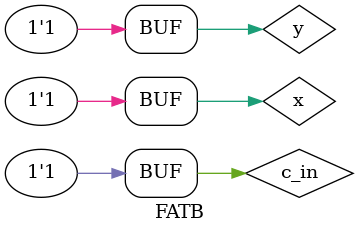
<source format=v>
`timescale 1ns/1ns
module FATB();
reg x, y, c_in;
wire s, c_out;

FullAdder III(.x(x), .y(y), .c_in(c_in), .s(s), .c_out(c_out));

initial
begin
c_in = 0; x = 0; y = 0;
#100; y = 1;
#100; x = 1; y = 0;
#100; y = 1;
#100; c_in = 1; x = 0; y = 0;
#100; y = 1;
#100; x = 1; y = 0;
#100; y = 1;
end

endmodule

</source>
